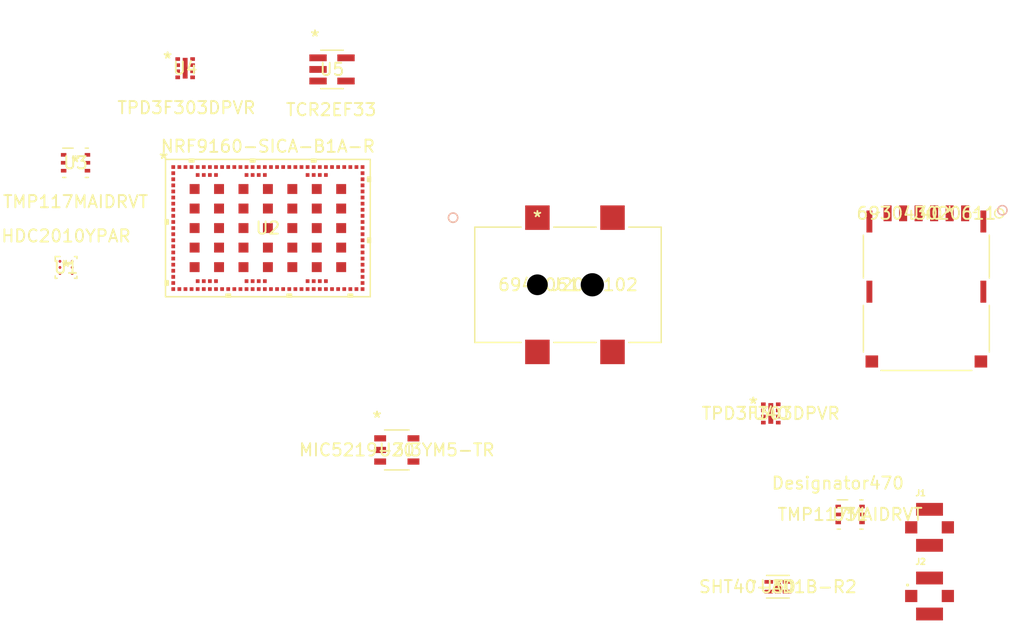
<source format=kicad_pcb>
(kicad_pcb (version 20221018) (generator pcbnew)
  (layers (0 "F.Cu" signal) (31 "B.Cu" signal) (34 "B.Paste" user) (35 "F.Paste" user) (36 "B.SilkS" user "B.Silkscreen") (37 "F.SilkS" user "F.Silkscreen") (38 "B.Mask" user) (39 "F.Mask" user) (44 "Edge.Cuts" user))
  (net 0 "")
  (net 7 "Net-(J1-SIG)")
  (net 11 "GND")
  (net 12 "Net-(J2-SIG)")
  (net 13 "USB_VBUS")
  (net 14 "USB_GND")
  (net 15 "Net-(U40-DATA2_OUT)")
  (net 16 "Net-(U40-CLK_OUT)")
  (net 17 "Net-(U40-DATA1_OUT)")
  (net 19 "SIM_1V8")
  (net 23 "+3.3V")
  (net 27 "Net-(U2A-DEC0)")
  (net 28 "Net-(U2A-NRESET)")
  (net 33 "SIM_RST")
  (net 37 "SIM_CLK")
  (net 38 "SIM_IO")
  (net 52 "I2C{slash}SDA")
  (net 53 "I2C{slash}SCL")
  (net 54 "TMP_ALERT")
  (net 67 "STATUS_LED_RED")
  (net 68 "STATUS_LED_GREEN")
  (net 73 "Net-(U2A-ENABLE)")
  (net 74 "Net-(U2A-VDD1)")
  (net 119 "Net-(U20-BYP)")
  (footprint "73412-0110:MOLEX_73412-0110" (layer "F.Cu") (at 155.275 84.248)
    (fp_text reference "J1" (at -0.727388 -2.810141) (layer "F.SilkS") (effects (font (size 0.480914 0.480914))))
    (fp_text value "73412-0110")
    (fp_circle (center -1.8 -0.9) (end -1.673 -0.9) (fill solid) (layer "F.SilkS"))
    (pad "1" smd rect (at -1.5 0 90) (size 1 1) (layers "F.Cu" "F.Paste" "F.Mask") (net 7 "Net-(J1-SIG)"))
    (pad "2" smd rect (at 0 1.475 90) (size 1.05 2.2) (layers "F.Cu" "F.Paste" "F.Mask") (net 11 "GND"))
    (pad "3" smd rect (at 1.5 0 90) (size 1 1) (layers "F.Cu" "F.Paste" "F.Mask") (net 11 "GND"))
    (pad "4" smd rect (at 0 -1.475 90) (size 1.05 2.2) (layers "F.Cu" "F.Paste" "F.Mask") (net 11 "GND"))
  )
  (footprint "MIC5219-3.3YM5-TR:MIC5219-3.3YM5-TR" (layer "F.Cu") (at 111.65495 77.9068)
    (fp_text reference "U20" (at 0 0) (layer "F.SilkS"))
    (fp_text value "MIC5219-3.3YM5-TR" (at 0 0) (layer "F.SilkS"))
    (fp_text user "*" (at -1.61645 -2.601) (layer "F.SilkS"))
    (fp_text user "*" (at -1.61645 -2.601) (layer "F.SilkS"))
    (fp_line (start -1.0033 1.6383) (end 1.0033 1.6383) (stroke (width 0.12)) (layer "F.SilkS"))
    (fp_line (start 1.0033 -1.6383) (end -1.0033 -1.6383) (stroke (width 0.12)) (layer "F.SilkS"))
    (fp_line (start 1.0033 0.363261) (end 1.0033 -0.363261) (stroke (width 0.12)) (layer "F.SilkS"))
    (pad "1" smd rect (at -1.362451 -0.950001) (size 0.972299 0.508) (layers "F.Cu" "F.Paste" "F.Mask") (net 13 "USB_VBUS"))
    (pad "2" smd rect (at -1.362451 0) (size 0.972299 0.508) (layers "F.Cu" "F.Paste" "F.Mask") (net 11 "GND"))
    (pad "3" smd rect (at -1.362451 0.950001) (size 0.972299 0.508) (layers "F.Cu" "F.Paste" "F.Mask") (net 13 "USB_VBUS"))
    (pad "4" smd rect (at 1.362451 0.950001) (size 0.972299 0.508) (layers "F.Cu" "F.Paste" "F.Mask") (net 119 "Net-(U20-BYP)"))
    (pad "5" smd rect (at 1.362451 -0.950001) (size 0.972299 0.508) (layers "F.Cu" "F.Paste" "F.Mask") (net 23 "+3.3V"))
  )
  (footprint "TMP117MAIDRVT:TMP117MAIDRVT" (layer "F.Cu") (at 148.771498 83.1945)
    (fp_text reference "U31" (at 0 0) (layer "F.SilkS"))
    (fp_text value "TMP117MAIDRVT" (at 0 0) (layer "F.SilkS"))
    (fp_text user "*" (at 0 0) (layer "F.SilkS"))
    (fp_text user "Designator470" (at -1.001601 -2.565999) (layer "F.SilkS"))
    (fp_line (start -1.05 -1.2) (end -0.2 -1.2) (stroke (width 0.12)) (layer "F.SilkS"))
    (fp_line (start -1.05 1.2) (end -0.800001 1.2) (stroke (width 0.12)) (layer "F.SilkS"))
    (fp_line (start 0.800001 -1.2) (end 1.05 -1.2) (stroke (width 0.12)) (layer "F.SilkS"))
    (fp_line (start 0.800001 1.2) (end 1.05 1.2) (stroke (width 0.12)) (layer "F.SilkS"))
    (pad "1" smd rect (at -0.974999 -0.650001 90) (size 0.299999 0.449999) (layers "F.Cu" "F.Paste" "F.Mask") (net 53 "I2C{slash}SCL"))
    (pad "2" smd rect (at -0.974999 0 90) (size 0.299999 0.449999) (layers "F.Cu" "F.Paste" "F.Mask") (net 11 "GND"))
    (pad "3" smd rect (at -0.974999 0.649999 90) (size 0.299999 0.449999) (layers "F.Cu" "F.Paste" "F.Mask") (net 54 "TMP_ALERT"))
    (pad "4" smd rect (at 0.974999 0.649999 90) (size 0.299999 0.449999) (layers "F.Cu" "F.Paste" "F.Mask") (net 23 "+3.3V"))
    (pad "5" smd rect (at 0.974999 0 90) (size 0.299999 0.449999) (layers "F.Cu" "F.Paste" "F.Mask") (net 23 "+3.3V"))
    (pad "6" smd rect (at 0.974999 -0.650001 90) (size 0.299999 0.449999) (layers "F.Cu" "F.Paste" "F.Mask") (net 52 "I2C{slash}SDA"))
  )
  (footprint "TPD3F303DPVR:TPD3F303DPVR" (layer "F.Cu") (at 94.325 46.625)
    (fp_text reference "U4" (at 0 0) (layer "F.SilkS"))
    (fp_text value "TPD3F303DPVR" (at 0.1038 3.238801) (layer "F.SilkS"))
    (fp_text user "*" (at -1.435 -0.75) (layer "F.SilkS"))
    (fp_text user "*" (at -1.435 -0.75) (layer "F.SilkS"))
    (pad "1" smd rect (at -0.610001 -0.750001) (size 0.38 0.3) (layers "F.Cu" "F.Paste" "F.Mask"))
    (pad "2" smd rect (at -0.610001 -0.25) (size 0.38 0.3) (layers "F.Cu" "F.Paste" "F.Mask"))
    (pad "3" smd rect (at -0.610001 0.25) (size 0.38 0.3) (layers "F.Cu" "F.Paste" "F.Mask"))
    (pad "4" smd rect (at -0.610001 0.750001) (size 0.38 0.3) (layers "F.Cu" "F.Paste" "F.Mask"))
    (pad "5" smd rect (at 0.610001 0.750001) (size 0.38 0.3) (layers "F.Cu" "F.Paste" "F.Mask"))
    (pad "6" smd rect (at 0.610001 0.25) (size 0.38 0.3) (layers "F.Cu" "F.Paste" "F.Mask"))
    (pad "7" smd rect (at 0.610001 -0.25) (size 0.38 0.3) (layers "F.Cu" "F.Paste" "F.Mask"))
    (pad "8" smd rect (at 0.610001 -0.750001) (size 0.38 0.3) (layers "F.Cu" "F.Paste" "F.Mask"))
    (pad "9" smd rect (at 0 0) (size 0.4 1.7) (layers "F.Cu" "F.Paste" "F.Mask"))
  )
  (footprint "693043020611:693043020611" (layer "F.Cu") (at 156.9207 58.5172)
    (fp_text reference "J40" (at -1.905 0) (layer "F.SilkS"))
    (fp_text value "693043020611" (at -1.905 0) (layer "F.SilkS"))
    (fp_text user "*" (at 0 0) (layer "F.SilkS"))
    (fp_circle (center 4.318 -0.254) (end 4.699 -0.254) (stroke (width 0.12)) (fill none) (layer "B.SilkS"))
    (fp_line (start -7.0612 1.791355) (end -7.0612 5.298605) (stroke (width 0.12)) (layer "F.SilkS"))
    (fp_line (start -7.0612 7.541394) (end -7.0612 11.362443) (stroke (width 0.12)) (layer "F.SilkS"))
    (fp_line (start -5.74294 -0.077) (end -5.995924 -0.077) (stroke (width 0.12)) (layer "F.SilkS"))
    (fp_line (start -5.626313 12.877) (end 1.816313 12.877) (stroke (width 0.12)) (layer "F.SilkS"))
    (fp_line (start 2.185924 -0.077) (end 1.93294 -0.077) (stroke (width 0.12)) (layer "F.SilkS"))
    (fp_line (start 3.2512 5.298605) (end 3.2512 1.791355) (stroke (width 0.12)) (layer "F.SilkS"))
    (fp_line (start 3.2512 11.362443) (end 3.2512 7.541394) (stroke (width 0.12)) (layer "F.SilkS"))
    (fp_circle (center 4.064 0) (end 4.445 0) (stroke (width 0.12)) (fill none) (layer "F.SilkS"))
    (pad "7" smd rect (at -6.569964 0.670001) (size 0.4826 1.8034) (layers "F.Cu" "F.Paste" "F.Mask"))
    (pad "8" smd rect (at 2.759964 0.670001) (size 0.4826 1.8034) (layers "F.Cu" "F.Paste" "F.Mask"))
    (pad "9" smd rect (at -6.57 6.42) (size 0.4826 1.8034) (layers "F.Cu" "F.Paste" "F.Mask"))
    (pad "10" smd rect (at 2.76 6.42) (size 0.4826 1.8034) (layers "F.Cu" "F.Paste" "F.Mask"))
    (pad "11" smd rect (at -6.37 12.140001) (size 1.03 0.9906) (layers "F.Cu" "F.Paste" "F.Mask"))
    (pad "12" smd rect (at 2.56 12.140001) (size 1.03 0.9906) (layers "F.Cu" "F.Paste" "F.Mask"))
    (pad "C1" smd rect (at 0 0) (size 0.6604 1.2954) (layers "F.Cu" "F.Paste" "F.Mask") (net 19 "SIM_1V8"))
    (pad "C2" smd rect (at -2.54 0) (size 0.6604 1.2954) (layers "F.Cu" "F.Paste" "F.Mask") (net 17 "Net-(U40-DATA1_OUT)"))
    (pad "C3" smd rect (at -3.81 0) (size 0.6604 1.2954) (layers "F.Cu" "F.Paste" "F.Mask") (net 16 "Net-(U40-CLK_OUT)"))
    (pad "C5" smd rect (at 1.27 0) (size 0.6604 1.2954) (layers "F.Cu" "F.Paste" "F.Mask") (net 11 "GND"))
    (pad "C6" smd rect (at -1.27 0) (size 0.6604 1.2954) (layers "F.Cu" "F.Paste" "F.Mask"))
    (pad "C7" smd rect (at -5.08 0) (size 0.6604 1.2954) (layers "F.Cu" "F.Paste" "F.Mask") (net 15 "Net-(U40-DATA2_OUT)"))
  )
  (footprint "TCR2EF33:TCR2EF33" (layer "F.Cu") (at 106.35 46.725)
    (fp_text reference "U5" (at 0 0) (layer "F.SilkS"))
    (fp_text value "TCR2EF33" (at -0.0694 3.3) (layer "F.SilkS"))
    (fp_text user "*" (at -1.3984 -2.6518) (layer "F.SilkS"))
    (fp_text user "*" (at -1.3984 -2.6518) (layer "F.SilkS"))
    (fp_line (start -0.9271 1.5748) (end 0.9271 1.5748) (stroke (width 0.12)) (layer "F.SilkS"))
    (fp_line (start 0.9271 -1.5748) (end -0.9271 -1.5748) (stroke (width 0.12)) (layer "F.SilkS"))
    (pad "1" smd rect (at -1.1444 -0.950001) (size 1.4224 0.5588) (layers "F.Cu" "F.Paste" "F.Mask"))
    (pad "2" smd rect (at -1.1444 0) (size 1.4224 0.5588) (layers "F.Cu" "F.Paste" "F.Mask"))
    (pad "3" smd rect (at -1.1444 0.950001) (size 1.4224 0.5588) (layers "F.Cu" "F.Paste" "F.Mask"))
    (pad "4" smd rect (at 1.1444 0.950001) (size 1.4224 0.5588) (layers "F.Cu" "F.Paste" "F.Mask"))
    (pad "5" smd rect (at 1.1444 -0.950001) (size 1.4224 0.5588) (layers "F.Cu" "F.Paste" "F.Mask"))
  )
  (footprint "TPD3F303DPVR:TPD3F303DPVR" (layer "F.Cu") (at 142.2775 74.9145)
    (fp_text reference "U40" (at 0 0) (layer "F.SilkS"))
    (fp_text value "TPD3F303DPVR" (at 0 0) (layer "F.SilkS"))
    (fp_text user "*" (at -1.435 -0.75) (layer "F.SilkS"))
    (fp_text user "*" (at -1.435 -0.75) (layer "F.SilkS"))
    (pad "1" smd rect (at -0.610001 -0.750001) (size 0.38 0.3) (layers "F.Cu" "F.Paste" "F.Mask") (net 17 "Net-(U40-DATA1_OUT)"))
    (pad "2" smd rect (at -0.610001 -0.25) (size 0.38 0.3) (layers "F.Cu" "F.Paste" "F.Mask") (net 16 "Net-(U40-CLK_OUT)"))
    (pad "3" smd rect (at -0.610001 0.25) (size 0.38 0.3) (layers "F.Cu" "F.Paste" "F.Mask") (net 15 "Net-(U40-DATA2_OUT)"))
    (pad "4" smd rect (at -0.610001 0.750001) (size 0.38 0.3) (layers "F.Cu" "F.Paste" "F.Mask"))
    (pad "5" smd rect (at 0.610001 0.750001) (size 0.38 0.3) (layers "F.Cu" "F.Paste" "F.Mask") (net 19 "SIM_1V8"))
    (pad "6" smd rect (at 0.610001 0.25) (size 0.38 0.3) (layers "F.Cu" "F.Paste" "F.Mask") (net 38 "SIM_IO"))
    (pad "7" smd rect (at 0.610001 -0.25) (size 0.38 0.3) (layers "F.Cu" "F.Paste" "F.Mask") (net 37 "SIM_CLK"))
    (pad "8" smd rect (at 0.610001 -0.750001) (size 0.38 0.3) (layers "F.Cu" "F.Paste" "F.Mask") (net 33 "SIM_RST"))
    (pad "9" smd rect (at 0 0) (size 0.4 1.7) (layers "F.Cu" "F.Paste" "F.Mask") (net 11 "GND"))
  )
  (footprint "694106106102:694106106102" (layer "F.Cu") (at 123.16649 58.872803)
    (fp_text reference "J20" (at 2.50571 5.499999) (layer "F.SilkS"))
    (fp_text value "694106106102" (at 2.50571 5.499999) (layer "F.SilkS"))
    (fp_text user "*" (at 0 0) (layer "F.SilkS"))
    (fp_circle (center -6.90499 0) (end -6.52399 0) (stroke (width 0.12)) (fill none) (layer "B.SilkS"))
    (fp_line (start -5.12699 0.775599) (end -5.12699 10.224399) (stroke (width 0.12)) (layer "F.SilkS"))
    (fp_line (start -5.12699 10.224399) (end -1.33604 10.224399) (stroke (width 0.12)) (layer "F.SilkS"))
    (fp_line (start -1.33604 0.775599) (end -5.12699 0.775599) (stroke (width 0.12)) (layer "F.SilkS"))
    (fp_line (start 1.33604 10.224399) (end 4.81396 10.224399) (stroke (width 0.12)) (layer "F.SilkS"))
    (fp_line (start 4.81396 0.775599) (end 1.33604 0.775599) (stroke (width 0.12)) (layer "F.SilkS"))
    (fp_line (start 7.48604 10.224399) (end 10.13841 10.224399) (stroke (width 0.12)) (layer "F.SilkS"))
    (fp_line (start 10.13841 0.775599) (end 7.48604 0.775599) (stroke (width 0.12)) (layer "F.SilkS"))
    (fp_line (start 10.13841 10.224399) (end 10.13841 0.775599) (stroke (width 0.12)) (layer "F.SilkS"))
    (fp_circle (center -6.90499 0) (end -6.52399 0) (stroke (width 0.12)) (fill none) (layer "F.SilkS"))
    (pad "" np_thru_hole circle (at -0.00127 5.499999) (size 2.2098 2.2098) (drill 1.7018) (layers))
    (pad "" np_thru_hole circle (at 4.49871 5.499999) (size 2.413 2.413) (drill 1.905) (layers))
    (pad "1" smd rect (at 0 0) (size 2.0066 2.0066) (layers "F.Cu" "F.Paste" "F.Mask") (net 13 "USB_VBUS"))
    (pad "1" smd rect (at 6.15 0) (size 2.0066 2.0066) (layers "F.Cu" "F.Paste" "F.Mask") (net 13 "USB_VBUS"))
    (pad "2" smd rect (at 0 10.999998) (size 2.0066 2.0066) (layers "F.Cu" "F.Paste" "F.Mask") (net 11 "GND"))
    (pad "3" smd rect (at 6.15 10.999998) (size 2.0066 2.0066) (layers "F.Cu" "F.Paste" "F.Mask") (net 14 "USB_GND"))
  )
  (footprint "73412-0110:MOLEX_73412-0110" (layer "F.Cu") (at 155.275 89.875)
    (fp_text reference "J2" (at -0.727388 -2.810141) (layer "F.SilkS") (effects (font (size 0.480914 0.480914))))
    (fp_text value "73412-0110")
    (fp_circle (center -1.8 -0.9) (end -1.673 -0.9) (fill solid) (layer "F.SilkS"))
    (pad "1" smd rect (at -1.5 0 90) (size 1 1) (layers "F.Cu" "F.Paste" "F.Mask") (net 12 "Net-(J2-SIG)"))
    (pad "2" smd rect (at 0 1.475 90) (size 1.05 2.2) (layers "F.Cu" "F.Paste" "F.Mask") (net 11 "GND"))
    (pad "3" smd rect (at 1.5 0 90) (size 1 1) (layers "F.Cu" "F.Paste" "F.Mask") (net 11 "GND"))
    (pad "4" smd rect (at 0 -1.475 90) (size 1.05 2.2) (layers "F.Cu" "F.Paste" "F.Mask") (net 11 "GND"))
  )
  (footprint "TMP117MAIDRVT:TMP117MAIDRVT" (layer "F.Cu") (at 85.349999 54.375)
    (fp_text reference "U3" (at 0 0) (layer "F.SilkS"))
    (fp_text value "TMP117MAIDRVT" (at 0 3.189999) (layer "F.SilkS"))
    (fp_text user "*" (at 0 0) (layer "F.SilkS"))
    (fp_line (start -1.05 -1.2) (end -0.2 -1.2) (stroke (width 0.12)) (layer "F.SilkS"))
    (fp_line (start -1.05 1.2) (end -0.800001 1.2) (stroke (width 0.12)) (layer "F.SilkS"))
    (fp_line (start 0.800001 -1.2) (end 1.05 -1.2) (stroke (width 0.12)) (layer "F.SilkS"))
    (fp_line (start 0.800001 1.2) (end 1.05 1.2) (stroke (width 0.12)) (layer "F.SilkS"))
    (pad "1" smd rect (at -0.974999 -0.650001 90) (size 0.299999 0.449999) (layers "F.Cu" "F.Paste" "F.Mask"))
    (pad "2" smd rect (at -0.974999 0 90) (size 0.299999 0.449999) (layers "F.Cu" "F.Paste" "F.Mask"))
    (pad "3" smd rect (at -0.974999 0.649999 90) (size 0.299999 0.449999) (layers "F.Cu" "F.Paste" "F.Mask"))
    (pad "4" smd rect (at 0.974999 0.649999 90) (size 0.299999 0.449999) (layers "F.Cu" "F.Paste" "F.Mask"))
    (pad "5" smd rect (at 0.974999 0 90) (size 0.299999 0.449999) (layers "F.Cu" "F.Paste" "F.Mask"))
    (pad "6" smd rect (at 0.974999 -0.650001 90) (size 0.299999 0.449999) (layers "F.Cu" "F.Paste" "F.Mask"))
  )
  (footprint "HDC2010YPAR:HDC2020YPAR" (layer "F.Cu") (at 84.575 62.95)
    (fp_text reference "U1" (at 0 0) (layer "F.SilkS"))
    (fp_text value "HDC2010YPAR" (at 0 -2.575) (layer "F.SilkS"))
    (fp_text user "*" (at 0 0) (layer "F.SilkS"))
    (fp_line (start -0.889 -0.889) (end -0.499999 -0.889) (stroke (width 0.12)) (layer "F.SilkS"))
    (fp_line (start -0.889 -0.499999) (end -0.889 -0.889) (stroke (width 0.12)) (layer "F.SilkS"))
    (fp_line (start -0.889 0.889) (end -0.889 0.689) (stroke (width 0.12)) (layer "F.SilkS"))
    (fp_line (start -0.889 0.889) (end -0.728995 0.889) (stroke (width 0.12)) (layer "F.SilkS"))
    (fp_line (start 0.689 -0.889) (end 0.889 -0.889) (stroke (width 0.12)) (layer "F.SilkS"))
    (fp_line (start 0.689 0.889) (end 0.889 0.889) (stroke (width 0.12)) (layer "F.SilkS"))
    (fp_line (start 0.889 -0.728995) (end 0.889 -0.889) (stroke (width 0.12)) (layer "F.SilkS"))
    (fp_line (start 0.889 0.889) (end 0.889 0.728995) (stroke (width 0.12)) (layer "F.SilkS"))
    (pad "A1" smd circle (at -0.499999 -0.499999) (size 0.23 0.23) (layers "F.Cu" "F.Mask"))
    (pad "A2" smd circle (at 0.499999 -0.499999) (size 0.23 0.23) (layers "F.Cu" "F.Mask"))
    (pad "B1" smd circle (at -0.499999 0) (size 0.23 0.23) (layers "F.Cu" "F.Mask"))
    (pad "B2" smd circle (at 0.499999 0) (size 0.23 0.23) (layers "F.Cu" "F.Mask"))
    (pad "C1" smd circle (at -0.499999 0.499999) (size 0.23 0.23) (layers "F.Cu" "F.Mask"))
    (pad "C2" smd circle (at 0.499999 0.499999) (size 0.23 0.23) (layers "F.Cu" "F.Mask"))
  )
  (footprint "NRF-9160-SICA-B1A-R:NRF9160-SICA-B1A-R" (layer "F.Cu") (at 101.1 59.725)
    (fp_text reference "U2" (at 0 0) (layer "F.SilkS"))
    (fp_text value "NRF9160-SICA-B1A-R" (at 0 -6.7) (layer "F.SilkS"))
    (fp_text user "*" (at -8.5374 -5.631) (layer "F.SilkS"))
    (fp_text user "*" (at -8.5374 -5.631) (layer "F.SilkS"))
    (fp_line (start -8.382 -5.6261) (end -8.382 5.6261) (stroke (width 0.12)) (layer "F.SilkS"))
    (fp_line (start -8.382 5.6261) (end 8.382 5.6261) (stroke (width 0.12)) (layer "F.SilkS"))
    (fp_line (start 8.382 -5.6261) (end -8.382 -5.6261) (stroke (width 0.12)) (layer "F.SilkS"))
    (fp_line (start 8.382 5.6261) (end 8.382 -5.6261) (stroke (width 0.12)) (layer "F.SilkS"))
    (fp_poly (pts (xy -8.4104 -0.690499) (xy -8.4104 -0.309499) (xy -8.1564 -0.309499) (xy -8.1564 -0.690499)) (stroke (width 0.1)) (fill solid) (layer "F.SilkS"))
    (fp_poly (pts (xy -8.4104 4.309501) (xy -8.4104 4.690501) (xy -8.1564 4.690501) (xy -8.1564 4.309501)) (stroke (width 0.1)) (fill solid) (layer "F.SilkS"))
    (fp_poly (pts (xy -6.4405 -5.4064) (xy -6.4405 -5.6604) (xy -6.0595 -5.6604) (xy -6.0595 -5.4064)) (stroke (width 0.1)) (fill solid) (layer "F.SilkS"))
    (fp_poly (pts (xy -3.440501 5.4064) (xy -3.440501 5.6604) (xy -3.059501 5.6604) (xy -3.059501 5.4064)) (stroke (width 0.1)) (fill solid) (layer "F.SilkS"))
    (fp_poly (pts (xy -1.4405 -5.4064) (xy -1.4405 -5.6604) (xy -1.0595 -5.6604) (xy -1.0595 -5.4064)) (stroke (width 0.1)) (fill solid) (layer "F.SilkS"))
    (fp_poly (pts (xy 1.559499 5.4064) (xy 1.559499 5.6604) (xy 1.940499 5.6604) (xy 1.940499 5.4064)) (stroke (width 0.1)) (fill solid) (layer "F.SilkS"))
    (fp_poly (pts (xy 3.5595 -5.4064) (xy 3.5595 -5.6604) (xy 3.9405 -5.6604) (xy 3.9405 -5.4064)) (stroke (width 0.1)) (fill solid) (layer "F.SilkS"))
    (fp_poly (pts (xy 6.559499 5.4064) (xy 6.559499 5.6604) (xy 6.940499 5.6604) (xy 6.940499 5.4064)) (stroke (width 0.1)) (fill solid) (layer "F.SilkS"))
    (fp_poly (pts (xy 8.4104 -4.1905) (xy 8.4104 -3.8095) (xy 8.1564 -3.8095) (xy 8.1564 -4.1905)) (stroke (width 0.1)) (fill solid) (layer "F.SilkS"))
    (fp_poly (pts (xy 8.4104 0.809501) (xy 8.4104 1.190501) (xy 8.1564 1.190501) (xy 8.1564 0.809501)) (stroke (width 0.1)) (fill solid) (layer "F.SilkS"))
    (pad "1" smd rect (at -7.75 -5 90) (size 0.3048 0.3048) (layers "F.Cu" "F.Paste" "F.Mask") (net 11 "GND"))
    (pad "2" smd rect (at -7.75 -4.500001 90) (size 0.3048 0.3048) (layers "F.Cu" "F.Paste" "F.Mask"))
    (pad "3" smd rect (at -7.75 -4 90) (size 0.3048 0.3048) (layers "F.Cu" "F.Paste" "F.Mask"))
    (pad "4" smd rect (at -7.75 -3.500001 90) (size 0.3048 0.3048) (layers "F.Cu" "F.Paste" "F.Mask"))
    (pad "5" smd rect (at -7.75 -2.999999 90) (size 0.3048 0.3048) (layers "F.Cu" "F.Paste" "F.Mask") (net 11 "GND"))
    (pad "6" smd rect (at -7.75 -2.5 90) (size 0.3048 0.3048) (layers "F.Cu" "F.Paste" "F.Mask") (net 11 "GND"))
    (pad "7" smd rect (at -7.75 -2.000001 90) (size 0.3048 0.3048) (layers "F.Cu" "F.Paste" "F.Mask") (net 11 "GND"))
    (pad "8" smd rect (at -7.75 -1.5 90) (size 0.3048 0.3048) (layers "F.Cu" "F.Paste" "F.Mask") (net 11 "GND"))
    (pad "9" smd rect (at -7.75 -1.000001 90) (size 0.3048 0.3048) (layers "F.Cu" "F.Paste" "F.Mask") (net 11 "GND"))
    (pad "10" smd rect (at -7.75 -0.499999 90) (size 0.3048 0.3048) (layers "F.Cu" "F.Paste" "F.Mask"))
    (pad "11" smd rect (at -7.75 0 90) (size 0.3048 0.3048) (layers "F.Cu" "F.Paste" "F.Mask") (net 11 "GND"))
    (pad "12" smd rect (at -7.75 0.499999 90) (size 0.3048 0.3048) (layers "F.Cu" "F.Paste" "F.Mask") (net 23 "+3.3V"))
    (pad "13" smd rect (at -7.75 1.000001 90) (size 0.3048 0.3048) (layers "F.Cu" "F.Paste" "F.Mask") (net 27 "Net-(U2A-DEC0)"))
    (pad "14" smd rect (at -7.75 1.5 90) (size 0.3048 0.3048) (layers "F.Cu" "F.Paste" "F.Mask") (net 11 "GND"))
    (pad "15" smd rect (at -7.75 2.000001 90) (size 0.3048 0.3048) (layers "F.Cu" "F.Paste" "F.Mask"))
    (pad "16" smd rect (at -7.75 2.5 90) (size 0.3048 0.3048) (layers "F.Cu" "F.Paste" "F.Mask"))
    (pad "17" smd rect (at -7.75 2.999999 90) (size 0.3048 0.3048) (layers "F.Cu" "F.Paste" "F.Mask") (net 11 "GND"))
    (pad "18" smd rect (at -7.75 3.500001 90) (size 0.3048 0.3048) (layers "F.Cu" "F.Paste" "F.Mask"))
    (pad "19" smd rect (at -7.75 4 90) (size 0.3048 0.3048) (layers "F.Cu" "F.Paste" "F.Mask"))
    (pad "20" smd rect (at -7.75 4.500001 90) (size 0.3048 0.3048) (layers "F.Cu" "F.Paste" "F.Mask"))
    (pad "21" smd rect (at -7.75 5 90) (size 0.3048 0.3048) (layers "F.Cu" "F.Paste" "F.Mask") (net 11 "GND"))
    (pad "22" smd rect (at -7.250001 5) (size 0.3048 0.3048) (layers "F.Cu" "F.Paste" "F.Mask") (net 23 "+3.3V"))
    (pad "23" smd rect (at -6.749999 5) (size 0.3048 0.3048) (layers "F.Cu" "F.Paste" "F.Mask"))
    (pad "24" smd rect (at -6.25 5) (size 0.3048 0.3048) (layers "F.Cu" "F.Paste" "F.Mask"))
    (pad "25" smd rect (at -5.750001 5) (size 0.3048 0.3048) (layers "F.Cu" "F.Paste" "F.Mask"))
    (pad "26" smd rect (at -5.25 5) (size 0.3048 0.3048) (layers "F.Cu" "F.Paste" "F.Mask"))
    (pad "27" smd rect (at -4.750001 5) (size 0.3048 0.3048) (layers "F.Cu" "F.Paste" "F.Mask") (net 11 "GND"))
    (pad "28" smd rect (at -4.249999 5) (size 0.3048 0.3048) (layers "F.Cu" "F.Paste" "F.Mask"))
    (pad "29" smd rect (at -3.75 5) (size 0.3048 0.3048) (layers "F.Cu" "F.Paste" "F.Mask"))
    (pad "30" smd rect (at -3.250001 5) (size 0.3048 0.3048) (layers "F.Cu" "F.Paste" "F.Mask"))
    (pad "31" smd rect (at -2.75 5) (size 0.3048 0.3048) (layers "F.Cu" "F.Paste" "F.Mask") (net 11 "GND"))
    (pad "32" smd rect (at -2.250001 5) (size 0.3048 0.3048) (layers "F.Cu" "F.Paste" "F.Mask") (net 28 "Net-(U2A-NRESET)"))
    (pad "33" smd rect (at -1.749999 5) (size 0.3048 0.3048) (layers "F.Cu" "F.Paste" "F.Mask"))
    (pad "34" smd rect (at -1.25 5) (size 0.3048 0.3048) (layers "F.Cu" "F.Paste" "F.Mask"))
    (pad "35" smd rect (at -0.750001 5) (size 0.3048 0.3048) (layers "F.Cu" "F.Paste" "F.Mask"))
    (pad "36" smd rect (at -0.25 5) (size 0.3048 0.3048) (layers "F.Cu" "F.Paste" "F.Mask") (net 11 "GND"))
    (pad "37" smd rect (at 0.25 5) (size 0.3048 0.3048) (layers "F.Cu" "F.Paste" "F.Mask"))
    (pad "38" smd rect (at 0.750001 5) (size 0.3048 0.3048) (layers "F.Cu" "F.Paste" "F.Mask"))
    (pad "39" smd rect (at 1.25 5) (size 0.3048 0.3048) (layers "F.Cu" "F.Paste" "F.Mask"))
    (pad "40" smd rect (at 1.749999 5) (size 0.3048 0.3048) (layers "F.Cu" "F.Paste" "F.Mask"))
    (pad "41" smd rect (at 2.250001 5) (size 0.3048 0.3048) (layers "F.Cu" "F.Paste" "F.Mask") (net 11 "GND"))
    (pad "42" smd rect (at 2.75 5) (size 0.3048 0.3048) (layers "F.Cu" "F.Paste" "F.Mask"))
    (pad "43" smd rect (at 3.250001 5) (size 0.3048 0.3048) (layers "F.Cu" "F.Paste" "F.Mask") (net 33 "SIM_RST"))
    (pad "44" smd rect (at 3.75 5) (size 0.3048 0.3048) (layers "F.Cu" "F.Paste" "F.Mask") (net 11 "GND"))
    (pad "45" smd rect (at 4.249999 5) (size 0.3048 0.3048) (layers "F.Cu" "F.Paste" "F.Mask"))
    (pad "46" smd rect (at 4.750001 5) (size 0.3048 0.3048) (layers "F.Cu" "F.Paste" "F.Mask") (net 37 "SIM_CLK"))
    (pad "47" smd rect (at 5.25 5) (size 0.3048 0.3048) (layers "F.Cu" "F.Paste" "F.Mask") (net 11 "GND"))
    (pad "48" smd rect (at 5.750001 5) (size 0.3048 0.3048) (layers "F.Cu" "F.Paste" "F.Mask") (net 38 "SIM_IO"))
    (pad "49" smd rect (at 6.25 5) (size 0.3048 0.3048) (layers "F.Cu" "F.Paste" "F.Mask") (net 19 "SIM_1V8"))
    (pad "50" smd rect (at 6.749999 5) (size 0.3048 0.3048) (layers "F.Cu" "F.Paste" "F.Mask") (net 11 "GND"))
    (pad "51" smd rect (at 7.250001 5) (size 0.3048 0.3048) (layers "F.Cu" "F.Paste" "F.Mask"))
    (pad "52" smd rect (at 7.75 5 90) (size 0.3048 0.3048) (layers "F.Cu" "F.Paste" "F.Mask") (net 11 "GND"))
    (pad "53" smd rect (at 7.75 4.500001 90) (size 0.3048 0.3048) (layers "F.Cu" "F.Paste" "F.Mask"))
    (pad "54" smd rect (at 7.75 4 90) (size 0.3048 0.3048) (layers "F.Cu" "F.Paste" "F.Mask"))
    (pad "55" smd rect (at 7.75 3.500001 90) (size 0.3048 0.3048) (layers "F.Cu" "F.Paste" "F.Mask"))
    (pad "56" smd rect (at 7.75 2.999999 90) (size 0.3048 0.3048) (layers "F.Cu" "F.Paste" "F.Mask") (net 11 "GND"))
    (pad "57" smd rect (at 7.75 2.5 90) (size 0.3048 0.3048) (layers "F.Cu" "F.Paste" "F.Mask"))
    (pad "58" smd rect (at 7.75 2.000001 90) (size 0.3048 0.3048) (layers "F.Cu" "F.Paste" "F.Mask"))
    (pad "59" smd rect (at 7.75 1.5 90) (size 0.3048 0.3048) (layers "F.Cu" "F.Paste" "F.Mask"))
    (pad "60" smd rect (at 7.75 1.000001 90) (size 0.3048 0.3048) (layers "F.Cu" "F.Paste" "F.Mask") (net 11 "GND"))
    (pad "61" smd rect (at 7.75 0.499999 90) (size 0.3048 0.3048) (layers "F.Cu" "F.Paste" "F.Mask") (net 12 "Net-(J2-SIG)"))
    (pad "62" smd rect (at 7.75 0 90) (size 0.3048 0.3048) (layers "F.Cu" "F.Paste" "F.Mask") (net 11 "GND"))
    (pad "63" smd rect (at 7.75 -0.499999 90) (size 0.3048 0.3048) (layers "F.Cu" "F.Paste" "F.Mask") (net 11 "GND"))
    (pad "64" smd rect (at 7.75 -1.000001 90) (size 0.3048 0.3048) (layers "F.Cu" "F.Paste" "F.Mask"))
    (pad "65" smd rect (at 7.75 -1.5 90) (size 0.3048 0.3048) (layers "F.Cu" "F.Paste" "F.Mask") (net 11 "GND"))
    (pad "66" smd rect (at 7.75 -2.000001 90) (size 0.3048 0.3048) (layers "F.Cu" "F.Paste" "F.Mask") (net 11 "GND"))
    (pad "67" smd rect (at 7.75 -2.5 90) (size 0.3048 0.3048) (layers "F.Cu" "F.Paste" "F.Mask") (net 7 "Net-(J1-SIG)"))
    (pad "68" smd rect (at 7.75 -2.999999 90) (size 0.3048 0.3048) (layers "F.Cu" "F.Paste" "F.Mask") (net 11 "GND"))
    (pad "69" smd rect (at 7.75 -3.500001 90) (size 0.3048 0.3048) (layers "F.Cu" "F.Paste" "F.Mask") (net 11 "GND"))
    (pad "70" smd rect (at 7.75 -4 90) (size 0.3048 0.3048) (layers "F.Cu" "F.Paste" "F.Mask"))
    (pad "71" smd rect (at 7.75 -4.499999 90) (size 0.3048 0.3048) (layers "F.Cu" "F.Paste" "F.Mask"))
    (pad "72" smd rect (at 7.75 -5 90) (size 0.3048 0.3048) (layers "F.Cu" "F.Paste" "F.Mask") (net 11 "GND"))
    (pad "73" smd rect (at 7.250001 -5) (size 0.3048 0.3048) (layers "F.Cu" "F.Paste" "F.Mask"))
    (pad "74" smd rect (at 6.749999 -5) (size 0.3048 0.3048) (layers "F.Cu" "F.Paste" "F.Mask") (net 11 "GND"))
    (pad "75" smd rect (at 6.25 -5) (size 0.3048 0.3048) (layers "F.Cu" "F.Paste" "F.Mask") (net 11 "GND"))
    (pad "76" smd rect (at 5.750001 -5) (size 0.3048 0.3048) (layers "F.Cu" "F.Paste" "F.Mask") (net 11 "GND"))
    (pad "77" smd rect (at 5.25 -5) (size 0.3048 0.3048) (layers "F.Cu" "F.Paste" "F.Mask") (net 11 "GND"))
    (pad "78" smd rect (at 4.750001 -5) (size 0.3048 0.3048) (layers "F.Cu" "F.Paste" "F.Mask") (net 11 "GND"))
    (pad "79" smd rect (at 4.249999 -5) (size 0.3048 0.3048) (layers "F.Cu" "F.Paste" "F.Mask") (net 11 "GND"))
    (pad "80" smd rect (at 3.75 -5) (size 0.3048 0.3048) (layers "F.Cu" "F.Paste" "F.Mask") (net 11 "GND"))
    (pad "81" smd rect (at 3.250001 -5) (size 0.3048 0.3048) (layers "F.Cu" "F.Paste" "F.Mask") (net 11 "GND"))
    (pad "82" smd rect (at 2.75 -5) (size 0.3048 0.3048) (layers "F.Cu" "F.Paste" "F.Mask") (net 11 "GND"))
    (pad "83" smd rect (at 2.250001 -5) (size 0.3048 0.3048) (layers "F.Cu" "F.Paste" "F.Mask") (net 52 "I2C{slash}SDA"))
    (pad "84" smd rect (at 1.749999 -5) (size 0.3048 0.3048) (layers "F.Cu" "F.Paste" "F.Mask") (net 53 "I2C{slash}SCL"))
    (pad "85" smd rect (at 1.25 -5) (size 0.3048 0.3048) (layers "F.Cu" "F.Paste" "F.Mask") (net 11 "GND"))
    (pad "86" smd rect (at 0.750001 -5) (size 0.3048 0.3048) (layers "F.Cu" "F.Paste" "F.Mask") (net 54 "TMP_ALERT"))
    (pad "87" smd rect (at 0.25 -5) (size 0.3048 0.3048) (layers "F.Cu" "F.Paste" "F.Mask"))
    (pad "88" smd rect (at -0.25 -5) (size 0.3048 0.3048) (layers "F.Cu" "F.Paste" "F.Mask"))
    (pad "89" smd rect (at -0.750001 -5) (size 0.3048 0.3048) (layers "F.Cu" "F.Paste" "F.Mask"))
    (pad "90" smd rect (at -1.25 -5) (size 0.3048 0.3048) (layers "F.Cu" "F.Paste" "F.Mask") (net 11 "GND"))
    (pad "91" smd rect (at -1.749999 -5) (size 0.3048 0.3048) (layers "F.Cu" "F.Paste" "F.Mask"))
    (pad "92" smd rect (at -2.250001 -5) (size 0.3048 0.3048) (layers "F.Cu" "F.Paste" "F.Mask"))
    (pad "93" smd rect (at -2.75 -5) (size 0.3048 0.3048) (layers "F.Cu" "F.Paste" "F.Mask"))
    (pad "94" smd rect (at -3.250001 -5) (size 0.3048 0.3048) (layers "F.Cu" "F.Paste" "F.Mask") (net 11 "GND"))
    (pad "95" smd rect (at -3.75 -5) (size 0.3048 0.3048) (layers "F.Cu" "F.Paste" "F.Mask") (net 67 "STATUS_LED_RED"))
    (pad "96" smd rect (at -4.249999 -5) (size 0.3048 0.3048) (layers "F.Cu" "F.Paste" "F.Mask") (net 68 "STATUS_LED_GREEN"))
    (pad "97" smd rect (at -4.750001 -5) (size 0.3048 0.3048) (layers "F.Cu" "F.Paste" "F.Mask"))
    (pad "98" smd rect (at -5.25 -5) (size 0.3048 0.3048) (layers "F.Cu" "F.Paste" "F.Mask") (net 11 "GND"))
    (pad "99" smd rect (at -5.750001 -5) (size 0.3048 0.3048) (layers "F.Cu" "F.Paste" "F.Mask"))
    (pad "100" smd rect (at -6.25 -5) (size 0.3048 0.3048) (layers "F.Cu" "F.Paste" "F.Mask"))
    (pad "101" smd rect (at -6.749999 -5) (size 0.3048 0.3048) (layers "F.Cu" "F.Paste" "F.Mask") (net 73 "Net-(U2A-ENABLE)"))
    (pad "102" smd rect (at -7.250001 -5) (size 0.3048 0.3048) (layers "F.Cu" "F.Paste" "F.Mask") (net 74 "Net-(U2A-VDD1)"))
    (pad "103" smd rect (at 0 0) (size 0.8128 0.8128) (layers "F.Cu" "F.Paste" "F.Mask") (net 11 "GND"))
    (pad "104" smd rect (at -5.750001 4.35) (size 0.3048 0.3048) (layers "F.Cu" "F.Paste" "F.Mask"))
    (pad "105" smd rect (at -5.25 4.35) (size 0.3048 0.3048) (layers "F.Cu" "F.Paste" "F.Mask"))
    (pad "106" smd rect (at -4.750001 4.35) (size 0.3048 0.3048) (layers "F.Cu" "F.Paste" "F.Mask"))
    (pad "107" smd rect (at -4.249999 4.35) (size 0.3048 0.3048) (layers "F.Cu" "F.Paste" "F.Mask"))
    (pad "108" smd rect (at -1.749999 4.35) (size 0.3048 0.3048) (layers "F.Cu" "F.Paste" "F.Mask"))
    (pad "109" smd rect (at -1.25 4.35) (size 0.3048 0.3048) (layers "F.Cu" "F.Paste" "F.Mask"))
    (pad "110" smd rect (at -0.750001 4.35) (size 0.3048 0.3048) (layers "F.Cu" "F.Paste" "F.Mask"))
    (pad "111" smd rect (at -0.25 4.35) (size 0.3048 0.3048) (layers "F.Cu" "F.Paste" "F.Mask"))
    (pad "112" smd rect (at 3.250001 4.35) (size 0.3048 0.3048) (layers "F.Cu" "F.Paste" "F.Mask"))
    (pad "113" smd rect (at 3.75 4.35) (size 0.3048 0.3048) (layers "F.Cu" "F.Paste" "F.Mask"))
    (pad "114" smd rect (at 4.249999 4.35) (size 0.3048 0.3048) (layers "F.Cu" "F.Paste" "F.Mask"))
    (pad "115" smd rect (at 4.750001 4.35) (size 0.3048 0.3048) (layers "F.Cu" "F.Paste" "F.Mask"))
    (pad "116" smd rect (at 4.750001 -4.35) (size 0.3048 0.3048) (layers "F.Cu" "F.Paste" "F.Mask"))
    (pad "117" smd rect (at 4.249999 -4.35) (size 0.3048 0.3048) (layers "F.Cu" "F.Paste" "F.Mask"))
    (pad "118" smd rect (at 3.75 -4.35) (size 0.3048 0.3048) (layers "F.Cu" "F.Paste" "F.Mask"))
    (pad "119" smd rect (at 3.250001 -4.35) (size 0.3048 0.3048) (layers "F.Cu" "F.Paste" "F.Mask"))
    (pad "120" smd rect (at -0.25 -4.35) (size 0.3048 0.3048) (layers "F.Cu" "F.Paste" "F.Mask"))
    (pad "121" smd rect (at -0.750001 -4.35) (size 0.3048 0.3048) (layers "F.Cu" "F.Paste" "F.Mask"))
    (pad "122" smd rect (at -1.25 -4.35) (size 0.3048 0.3048) (layers "F.Cu" "F.Paste" "F.Mask"))
    (pad "123" smd rect (at -1.749999 -4.35) (size 0.3048 0.3048) (layers "F.Cu" "F.Paste" "F.Mask"))
    (pad "124" smd rect (at -4.249999 -4.35) (size 0.3048 0.3048) (layers "F.Cu" "F.Paste" "F.Mask"))
    (pad "125" smd rect (at -4.750001 -4.35) (size 0.3048 0.3048) (layers "F.Cu" "F.Paste" "F.Mask"))
    (pad "126" smd rect (at -5.25 -4.35) (size 0.3048 0.3048) (layers "F.Cu" "F.Paste" "F.Mask"))
    (pad "127" smd rect (at -5.750001 -4.35) (size 0.3048 0.3048) (layers "F.Cu" "F.Paste" "F.Mask"))
    (pad "128" smd rect (at -6 -3.2) (size 0.8128 0.8128) (layers "F.Cu" "F.Paste" "F.Mask"))
    (pad "129" smd rect (at -6 -1.6) (size 0.8128 0.8128) (layers "F.Cu" "F.Paste" "F.Mask"))
    (pad "130" smd rect (at -6 0) (size 0.8128 0.8128) (layers "F.Cu" "F.Paste" "F.Mask"))
    (pad "131" smd rect (at -6 1.6) (size 0.8128 0.8128) (layers "F.Cu" "F.Paste" "F.Mask"))
    (pad "132" smd rect (at -6 3.2) (size 0.8128 0.8128) (layers "F.Cu" "F.Paste" "F.Mask"))
    (pad "133" smd rect (at -4 -3.2) (size 0.8128 0.8128) (layers "F.Cu" "F.Paste" "F.Mask"))
    (pad "134" smd rect (at -4 -1.6) (size 0.8128 0.8128) (layers "F.Cu" "F.Paste" "F.Mask"))
    (pad "135" smd rect (at -4 0) (size 0.8128 0.8128) (layers "F.Cu" "F.Paste" "F.Mask"))
    (pad "136" smd rect (at -4 1.6) (size 0.8128 0.8128) (layers "F.Cu" "F.Paste" "F.Mask"))
    (pad "137" smd rect (at -4 3.2) (size 0.8128 0.8128) (layers "F.Cu" "F.Paste" "F.Mask"))
    (pad "138" smd rect (at -2 -3.2) (size 0.8128 0.8128) (layers "F.Cu" "F.Paste" "F.Mask"))
    (pad "139" smd rect (at -2 -1.6) (size 0.8128 0.8128) (layers "F.Cu" "F.Paste" "F.Mask"))
    (pad "140" smd rect (at -2 0) (size 0.8128 0.8128) (layers "F.Cu" "F.Paste" "F.Mask"))
    (pad "141" smd rect (at -2 1.6) (size 0.8128 0.8128) (layers "F.Cu" "F.Paste" "F.Mask"))
    (pad "142" smd rect (at -2 3.2) (size 0.8128 0.8128) (layers "F.Cu" "F.Paste" "F.Mask"))
    (pad "143" smd rect (at 0 -3.2) (size 0.8128 0.8128) (layers "F.Cu" "F.Paste" "F.Mask"))
    (pad "144" smd rect (at 0 -1.6) (size 0.8128 0.8128) (layers "F.Cu" "F.Paste" "F.Mask"))
    (pad "145" smd rect (at 0 1.6) (size 0.8128 0.8128) (layers "F.Cu" "F.Paste" "F.Mask"))
    (pad "146" smd rect (at 0 3.2) (size 0.8128 0.8128) (layers "F.Cu" "F.Paste" "F.Mask"))
    (pad "147" smd rect (at 2 -3.2) (size 0.8128 0.8128) (layers "F.Cu" "F.Paste" "F.Mask"))
    (pad "148" smd rect (at 2 -1.6) (size 0.8128 0.8128) (layers "F.Cu" "F.Paste" "F.Mask"))
    (pad "149" smd rect (at 2 0) (size 0.8128 0.8128) (layers "F.Cu" "F.Paste" "F.Mask"))
    (pad "150" smd rect (at 2 1.6) (size 0.8128 0.8128) (layers "F.Cu" "F.Paste" "F.Mask"))
    (pad "151" smd rect (at 2 3.2) (size 0.8128 0.8128) (layers "F.Cu" "F.Paste" "F.Mask"))
    (pad "152" smd rect (at 4 -3.2) (size 0.8128 0.8128) (layers "F.Cu" "F.Paste" "F.Mask"))
    (pad "153" smd rect (at 4 -1.6) (size 0.8128 0.8128) (layers "F.Cu" "F.Paste" "F.Mask"))
    (pad "154" smd rect (at 4 0) (size 0.8128 0.8128) (layers "F.Cu" "F.Paste" "F.Mask"))
    (pad "155" smd rect (at 4 1.6) (size 0.8128 0.8128) (layers "F.Cu" "F.Paste" "F.Mask"))
    (pad "156" smd rect (at 4 3.2) (size 0.8128 0.8128) (layers "F.Cu" "F.Paste" "F.Mask"))
    (pad "157" smd rect (at 6 -3.2) (size 0.8128 0.8128) (layers "F.Cu" "F.Paste" "F.Mask"))
    (pad "158" smd rect (at 6 -1.6) (size 0.8128 0.8128) (layers "F.Cu" "F.Paste" "F.Mask"))
    (pad "159" smd rect (at 6 0) (size 0.8128 0.8128) (layers "F.Cu" "F.Paste" "F.Mask"))
    (pad "160" smd rect (at 6 1.6) (size 0.8128 0.8128) (layers "F.Cu" "F.Paste" "F.Mask"))
    (pad "161" smd rect (at 6 3.2) (size 0.8128 0.8128) (layers "F.Cu" "F.Paste" "F.Mask"))
  )
  (footprint "SHT-40AD1B-R2:SHT40-AD1B-R2" (layer "F.Cu") (at 142.8594 89.1155)
    (fp_text reference "U30" (at 0 0) (layer "F.SilkS"))
    (fp_text value "SHT40-AD1B-R2" (at 0 0) (layer "F.SilkS"))
    (fp_text user "*" (at 0 0) (layer "F.SilkS"))
    (fp_line (start -0.9271 0.9271) (end 0.9271 0.9271) (stroke (width 0.12)) (layer "F.SilkS"))
    (fp_line (start 0.9271 -0.9271) (end -0.9271 -0.9271) (stroke (width 0.12)) (layer "F.SilkS"))
    (fp_circle (center -1.950899 -0.4) (end -1.849299 -0.4) (stroke (width 0.12)) (fill none) (layer "F.SilkS"))
    (pad "1" smd rect (at -0.7469 -0.399999) (size 0.706399 0.3056) (layers "F.Cu" "F.Paste" "F.Mask") (net 52 "I2C{slash}SDA"))
    (pad "2" smd rect (at -0.7469 0.399999) (size 0.706399 0.3056) (layers "F.Cu" "F.Paste" "F.Mask") (net 53 "I2C{slash}SCL"))
    (pad "3" smd rect (at 0.7469 0.399999) (size 0.706399 0.3056) (layers "F.Cu" "F.Paste" "F.Mask") (net 23 "+3.3V"))
    (pad "4" smd rect (at 0.7469 -0.399999) (size 0.706399 0.3056) (layers "F.Cu" "F.Paste" "F.Mask") (net 11 "GND"))
    (pad "5" smd rect (at 0 0) (size 0.508 1.0922) (layers "F.Cu" "F.Paste" "F.Mask"))
  )
)
</source>
